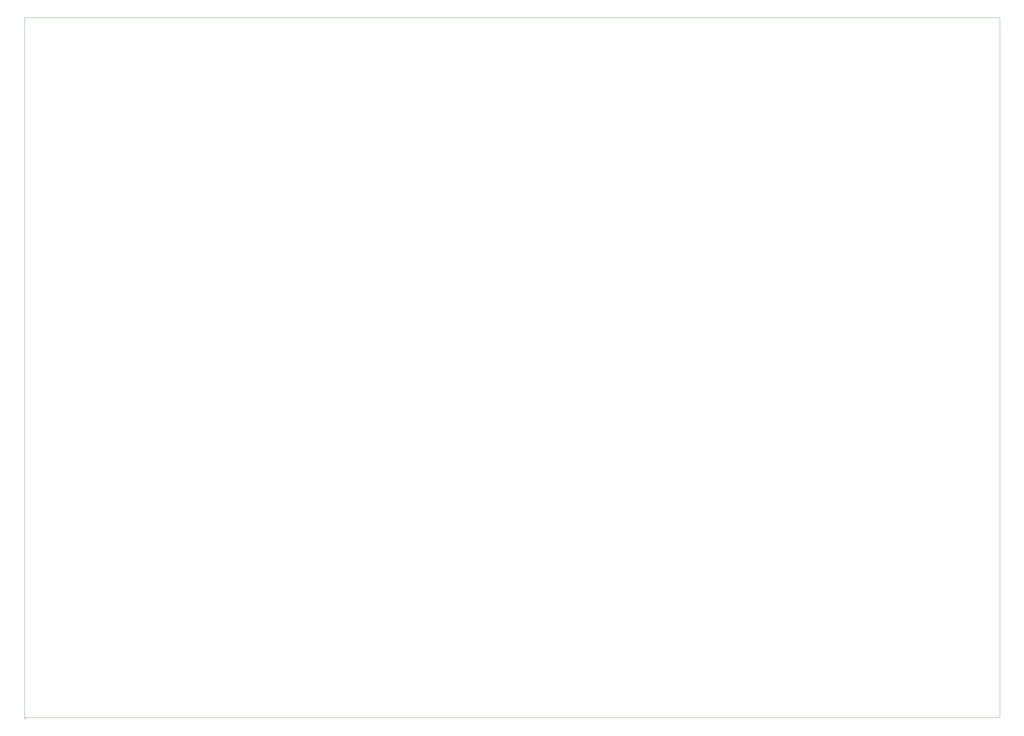
<source format=gbr>
G04 Layer_Color=0*
%FSLAX26Y26*%
%MOIN*%
%TF.FileFunction,Profile*%
%TF.Part,Single*%
G01*
G75*
%TA.AperFunction,Profile*%
%ADD53C,0.001000*%
D53*
X999985Y990000D02*
Y9200000D01*
D02*
G02*
X1005000Y9205015I5015J0D01*
G01*
X12415000D01*
D02*
G02*
X12420015Y9200000I0J-5015D01*
G01*
Y1005000D01*
D02*
G02*
X12415000Y999985I-5015J0D01*
G01*
X1015000D01*
D02*
G02*
X1010015Y1004452I0J5015D01*
G01*
Y990000D01*
D02*
G03*
X999985Y990000I-5015J0D01*
G01*
%TF.MD5,ADDF390E532AB67722D008059649B4A6*%
M02*

</source>
